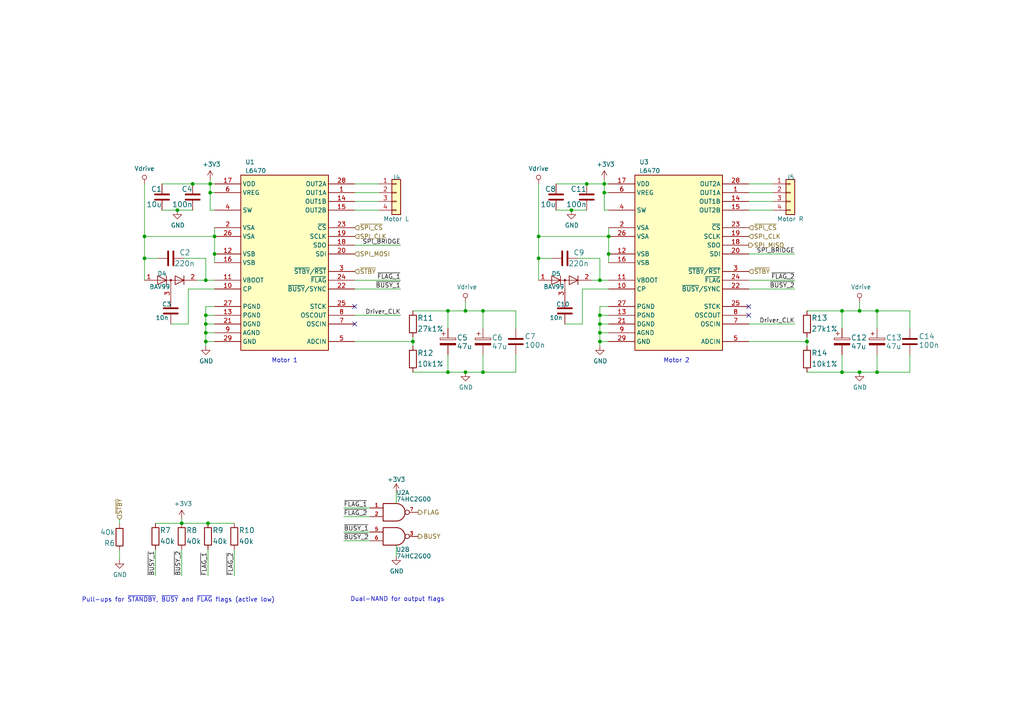
<source format=kicad_sch>
(kicad_sch (version 20211123) (generator eeschema)
  (paper "A4")
  (title_block (title "rysboard") (date "2020-08-23") (rev "4.2") (company "Koło Naukowe Robotyki Bionik") (comment 1 "RPi4 hat for MiniRyś robot"))
  (lib_symbols
    (symbol "rysboard-rescue:+3V3-power" (power) (pin_names (offset 0))
      (property "Value" "+3V3-power" (at 0 3.556 0))
      (symbol "+3V3-power_0_1"
        (polyline (pts (xy -0.762 1.27) (xy 0 2.54)))
        (polyline (pts (xy 0 0) (xy 0 2.54)))
        (polyline (pts (xy 0 2.54) (xy 0.762 1.27)))
      )
      (symbol "+3V3-power_1_1"
        (pin power_in line (at 0 0 90) (length 0) hide (name "+3V3") (number "1"))
      )
    )
    (symbol "rysboard-rescue:BAV99-Diode" (pin_names hide)
      (property "Reference" "D" (at 0 5.08 0))
      (property "Value" "BAV99-Diode" (at 0 2.54 0))
      (symbol "BAV99-Diode_0_1"
        (polyline (pts (xy -5.08 0) (xy 5.08 0)))
      )
      (symbol "BAV99-Diode_1_1"
        (polyline (pts (xy 0 0) (xy 0 -2.54)))
        (polyline (pts (xy -1.27 -1.27) (xy -1.27 1.27) (xy -1.27 1.27)) (stroke (width 0.2032)))
        (polyline (pts (xy 3.81 1.27) (xy 3.81 -1.27) (xy 3.81 -1.27)) (stroke (width 0.2032)))
        (polyline (pts (xy -3.81 1.27) (xy -1.27 0) (xy -3.81 -1.27) (xy -3.81 1.27) (xy -3.81 1.27) (xy -3.81 1.27)) (stroke (width 0.2032)))
        (polyline (pts (xy 1.27 1.27) (xy 3.81 0) (xy 1.27 -1.27) (xy 1.27 1.27) (xy 1.27 1.27) (xy 1.27 1.27)) (stroke (width 0.2032)))
        (circle (center 0 0) (radius 0.254) (fill (type outline)))
        (pin passive line (at -7.62 0 0) (length 2.54) (name "K") (number "1"))
        (pin passive line (at 7.62 0 180) (length 2.54) (name "A") (number "2"))
        (pin passive line (at 0 -5.08 90) (length 2.54) (name "K") (number "3"))
      )
    )
    (symbol "rysboard-rescue:C-Device" (pin_numbers hide) (pin_names (offset 0.254))
      (property "Reference" "C" (at 0.635 2.54 0))
      (property "Value" "C-Device" (at 0.635 -2.54 0))
      (symbol "C-Device_0_1"
        (polyline (pts (xy -2.032 -0.762) (xy 2.032 -0.762)) (stroke (width 0.508)))
        (polyline (pts (xy -2.032 0.762) (xy 2.032 0.762)) (stroke (width 0.508)))
      )
      (symbol "C-Device_1_1"
        (pin passive line (at 0 3.81 270) (length 2.794) (name "~") (number "1"))
        (pin passive line (at 0 -3.81 90) (length 2.794) (name "~") (number "2"))
      )
    )
    (symbol "rysboard-rescue:CP-Device" (pin_numbers hide) (pin_names (offset 0.254))
      (property "Reference" "C" (at 0.635 2.54 0))
      (property "Value" "CP-Device" (at 0.635 -2.54 0))
      (symbol "CP-Device_0_1"
        (rectangle (start -2.286 0.508) (end 2.286 1.016))
        (polyline (pts (xy -1.778 2.286) (xy -0.762 2.286)))
        (polyline (pts (xy -1.27 2.794) (xy -1.27 1.778)))
        (rectangle (start 2.286 -0.508) (end -2.286 -1.016) (fill (type outline)))
      )
      (symbol "CP-Device_1_1"
        (pin passive line (at 0 3.81 270) (length 2.794) (name "~") (number "1"))
        (pin passive line (at 0 -3.81 90) (length 2.794) (name "~") (number "2"))
      )
    )
    (symbol "rysboard-rescue:Conn_01x04-Connector_Generic" (pin_names (offset 1.016) hide)
      (property "Reference" "J" (at 0 5.08 0))
      (property "Value" "Conn_01x04-Connector_Generic" (at 0 -7.62 0))
      (symbol "Conn_01x04-Connector_Generic_1_1"
        (rectangle (start -1.27 -4.953) (end 0 -5.207) (stroke (width 0.1524)))
        (rectangle (start -1.27 -2.413) (end 0 -2.667) (stroke (width 0.1524)))
        (rectangle (start -1.27 0.127) (end 0 -0.127) (stroke (width 0.1524)))
        (rectangle (start -1.27 2.667) (end 0 2.413) (stroke (width 0.1524)))
        (rectangle (start -1.27 3.81) (end 1.27 -6.35) (stroke (width 0.254)) (fill (type background)))
        (pin passive line (at -5.08 2.54 0) (length 3.81) (name "Pin_1") (number "1"))
        (pin passive line (at -5.08 0 0) (length 3.81) (name "Pin_2") (number "2"))
        (pin passive line (at -5.08 -2.54 0) (length 3.81) (name "Pin_3") (number "3"))
        (pin passive line (at -5.08 -5.08 0) (length 3.81) (name "Pin_4") (number "4"))
      )
    )
    (symbol "rysboard-rescue:GND-power" (power) (pin_names (offset 0))
      (property "Value" "GND-power" (at 0 -3.81 0))
      (symbol "GND-power_0_1"
        (polyline (pts (xy 0 0) (xy 0 -1.27) (xy 1.27 -1.27) (xy 0 -2.54) (xy -1.27 -1.27) (xy 0 -1.27)))
      )
      (symbol "GND-power_1_1"
        (pin power_in line (at 0 0 270) (length 0) hide (name "GND") (number "1"))
      )
    )
    (symbol "rysboard-rescue:R-Device" (pin_numbers hide) (pin_names (offset 0))
      (property "Reference" "R" (at 2.032 0 90))
      (property "Value" "R-Device" (at 0 0 90))
      (symbol "R-Device_0_1"
        (rectangle (start -1.016 -2.54) (end 1.016 2.54) (stroke (width 0.254)))
      )
      (symbol "R-Device_1_1"
        (pin passive line (at 0 3.81 270) (length 1.27) (name "~") (number "1"))
        (pin passive line (at 0 -3.81 90) (length 1.27) (name "~") (number "2"))
      )
    )
    (symbol "rysboard-rescue:Vdrive-power" (power) (pin_names (offset 0))
      (property "Value" "Vdrive-power" (at 0 3.81 0))
      (symbol "Vdrive-power_0_1"
        (polyline (pts (xy 0 0) (xy 0 1.27)))
        (circle (center 0 1.905) (radius 0.635))
      )
      (symbol "Vdrive-power_1_1"
        (pin power_in line (at 0 0 90) (length 0) hide (name "Vdrive") (number "1"))
      )
    )
    (symbol "rysboard:74HC2G00" (pin_names (offset 1.016))
      (property "Reference" "U" (at -2.54 3.81 0))
      (property "Value" "74HC2G00" (at 0 -3.81 0))
      (symbol "74HC2G00_0_1"
        (arc (start 0 -2.54) (mid 2.54 0) (end 0 2.54) (stroke (width 0.254)))
        (polyline (pts (xy 0 -2.54) (xy -3.81 -2.54) (xy -3.81 2.54) (xy 0 2.54)) (stroke (width 0.254)))
        (pin power_in line (at 0 -2.54 270) (length 0) hide (name "GND") (number "4"))
        (pin power_in line (at 0 2.54 90) (length 0) hide (name "VCC") (number "8"))
      )
      (symbol "74HC2G00_1_1"
        (pin input line (at -7.62 1.27 0) (length 3.81) (name "~") (number "1"))
        (pin input line (at -7.62 -1.27 0) (length 3.81) (name "~") (number "2"))
        (pin output inverted (at 6.35 0 180) (length 3.81) (name "~") (number "7"))
      )
      (symbol "74HC2G00_2_1"
        (pin output inverted (at 6.35 0 180) (length 3.81) (name "~") (number "3"))
        (pin input line (at -7.62 1.27 0) (length 3.81) (name "~") (number "5"))
        (pin input line (at -7.62 -1.27 0) (length 3.81) (name "~") (number "6"))
      )
    )
    (symbol "rysboard:ST_L6470_HTSSOP28"
      (property "Reference" "U" (at -11.43 34.29 0))
      (property "Value" "ST_L6470_HTSSOP28" (at -11.43 31.75 0))
      (property "Datasheet" "https://www.st.com/resource/en/datasheet/l6470.pdf" (at 0 0 0))
      (symbol "ST_L6470_HTSSOP28_0_1"
        (rectangle (start -12.7 -20.32) (end 12.7 30.48) (stroke (width 0.254)) (fill (type background)))
        (pin power_out line (at 20.32 25.4 180) (length 7.62) (name "OUT1A") (number "1"))
        (pin output line (at -20.32 -2.54 0) (length 7.62) (name "CP") (number "10"))
        (pin power_in line (at -20.32 0 0) (length 7.62) (name "VBOOT") (number "11"))
        (pin power_in line (at -20.32 7.62 0) (length 7.62) (name "VSB") (number "12"))
        (pin power_in line (at -20.32 -10.16 0) (length 7.62) (name "PGND") (number "13"))
        (pin power_out line (at 20.32 22.86 180) (length 7.62) (name "OUT1B") (number "14"))
        (pin power_out line (at 20.32 20.32 180) (length 7.62) (name "OUT2B") (number "15"))
        (pin power_in line (at -20.32 5.08 0) (length 7.62) (name "VSB") (number "16"))
        (pin power_in line (at -20.32 27.94 0) (length 7.62) (name "VDD") (number "17"))
        (pin output line (at 20.32 10.16 180) (length 7.62) (name "SDO") (number "18"))
        (pin input line (at 20.32 12.7 180) (length 7.62) (name "SCLK") (number "19"))
        (pin power_in line (at -20.32 15.24 0) (length 7.62) (name "VSA") (number "2"))
        (pin input line (at 20.32 7.62 180) (length 7.62) (name "SDI") (number "20"))
        (pin power_in line (at -20.32 -12.7 0) (length 7.62) (name "DGND") (number "21"))
        (pin output line (at 20.32 -2.54 180) (length 7.62) (name "~{BUSY}/SYNC") (number "22"))
        (pin input line (at 20.32 15.24 180) (length 7.62) (name "~{CS}") (number "23"))
        (pin output line (at 20.32 0 180) (length 7.62) (name "~{FLAG}") (number "24"))
        (pin input line (at 20.32 -7.62 180) (length 7.62) (name "STCK") (number "25"))
        (pin power_in line (at -20.32 12.7 0) (length 7.62) (name "VSA") (number "26"))
        (pin power_in line (at -20.32 -7.62 0) (length 7.62) (name "PGND") (number "27"))
        (pin power_out line (at 20.32 27.94 180) (length 7.62) (name "OUT2A") (number "28"))
        (pin power_in line (at -20.32 -17.78 0) (length 7.62) (name "GND") (number "29"))
        (pin input line (at 20.32 2.54 180) (length 7.62) (name "~{STBY}/~{RST}") (number "3"))
        (pin input line (at -20.32 20.32 0) (length 7.62) (name "SW") (number "4"))
        (pin input line (at 20.32 -17.78 180) (length 7.62) (name "ADCIN") (number "5"))
        (pin power_in line (at -20.32 25.4 0) (length 7.62) (name "VREG") (number "6"))
        (pin input line (at 20.32 -12.7 180) (length 7.62) (name "OSCIN") (number "7"))
        (pin output line (at 20.32 -10.16 180) (length 7.62) (name "OSCOUT") (number "8"))
        (pin power_in line (at -20.32 -15.24 0) (length 7.62) (name "AGND") (number "9"))
      )
    )
  )
  (junction (at 173.99 81.28))
  (junction (at 254.381 90.17))
  (junction (at 234.061 99.0346))
  (junction (at 62.23 68.58))
  (junction (at 173.99 96.52))
  (junction (at 156.21 74.93))
  (junction (at 140.081 107.95))
  (junction (at 173.99 93.98))
  (junction (at 55.88 53.34))
  (junction (at 175.26 53.34))
  (junction (at 249.301 107.95))
  (junction (at 59.69 81.28))
  (junction (at 41.91 68.58))
  (junction (at 52.705 151.765))
  (junction (at 175.26 55.88))
  (junction (at 59.69 91.44))
  (junction (at 41.91 74.93))
  (junction (at 234.061 99.06))
  (junction (at 129.921 107.95))
  (junction (at 156.21 68.58))
  (junction (at 244.221 90.17))
  (junction (at 60.96 53.34))
  (junction (at 60.325 151.765))
  (junction (at 59.69 96.52))
  (junction (at 254.381 107.95))
  (junction (at 176.53 68.58))
  (junction (at 173.99 91.44))
  (junction (at 170.18 53.34))
  (junction (at 129.921 90.17))
  (junction (at 135.001 90.17))
  (junction (at 119.761 99.06))
  (junction (at 135.001 107.95))
  (junction (at 59.69 99.06))
  (junction (at 62.23 73.66))
  (junction (at 140.081 90.17))
  (junction (at 165.735 60.96))
  (junction (at 51.435 60.96))
  (junction (at 244.221 107.95))
  (junction (at 60.96 55.88))
  (junction (at 173.99 99.06))
  (junction (at 176.53 73.66))
  (junction (at 59.69 93.98))
  (junction (at 249.301 90.17))
  (no_connect (at 102.87 88.9))
  (no_connect (at 102.87 93.98))
  (no_connect (at 217.17 88.9))
  (no_connect (at 217.17 91.44))
  (wire (pts (xy 173.99 99.06) (xy 173.99 96.52)))
  (wire (pts (xy 60.96 53.34) (xy 60.96 55.88)))
  (wire (pts (xy 149.606 95.25) (xy 149.606 90.17)))
  (wire (pts (xy 234.061 99.06) (xy 234.061 100.33)))
  (wire (pts (xy 263.906 107.95) (xy 254.381 107.95)))
  (wire (pts (xy 173.99 96.52) (xy 176.53 96.52)))
  (wire (pts (xy 217.17 83.82) (xy 230.505 83.82)))
  (wire (pts (xy 114.935 161.29) (xy 114.935 158.115)))
  (wire (pts (xy 217.17 93.98) (xy 230.505 93.98)))
  (wire (pts (xy 254.381 102.87) (xy 254.381 107.95)))
  (wire (pts (xy 156.21 81.28) (xy 156.21 74.93)))
  (wire (pts (xy 41.91 68.58) (xy 41.91 53.34)))
  (wire (pts (xy 34.671 151.9936) (xy 34.671 150.7236)))
  (wire (pts (xy 234.061 97.79) (xy 234.061 99.0346)))
  (wire (pts (xy 173.99 100.33) (xy 173.99 99.06)))
  (wire (pts (xy 149.606 102.87) (xy 149.606 107.95)))
  (wire (pts (xy 135.001 90.17) (xy 135.001 87.63)))
  (wire (pts (xy 244.221 102.87) (xy 244.221 107.95)))
  (wire (pts (xy 45.085 159.385) (xy 45.085 167.005)))
  (wire (pts (xy 67.945 159.385) (xy 67.945 167.005)))
  (wire (pts (xy 254.381 95.25) (xy 254.381 90.17)))
  (wire (pts (xy 175.26 52.07) (xy 175.26 53.34)))
  (wire (pts (xy 161.29 60.96) (xy 165.735 60.96)))
  (wire (pts (xy 59.69 74.93) (xy 59.69 81.28)))
  (wire (pts (xy 62.23 83.82) (xy 54.61 83.82)))
  (wire (pts (xy 244.221 107.95) (xy 249.301 107.95)))
  (wire (pts (xy 175.26 53.34) (xy 176.53 53.34)))
  (wire (pts (xy 175.26 55.88) (xy 175.26 60.96)))
  (wire (pts (xy 175.26 60.96) (xy 176.53 60.96)))
  (wire (pts (xy 224.155 60.96) (xy 217.17 60.96)))
  (wire (pts (xy 59.69 88.9) (xy 62.23 88.9)))
  (wire (pts (xy 109.855 60.96) (xy 102.87 60.96)))
  (wire (pts (xy 52.705 151.765) (xy 52.705 150.495)))
  (wire (pts (xy 59.69 96.52) (xy 59.69 93.98)))
  (wire (pts (xy 59.69 99.06) (xy 59.69 96.52)))
  (wire (pts (xy 176.53 83.82) (xy 168.91 83.82)))
  (wire (pts (xy 102.87 91.44) (xy 116.205 91.44)))
  (wire (pts (xy 107.315 156.845) (xy 99.695 156.845)))
  (wire (pts (xy 60.96 55.88) (xy 60.96 60.96)))
  (wire (pts (xy 102.87 71.12) (xy 116.205 71.12)))
  (wire (pts (xy 60.96 60.96) (xy 62.23 60.96)))
  (wire (pts (xy 175.26 55.88) (xy 176.53 55.88)))
  (wire (pts (xy 170.18 53.34) (xy 175.26 53.34)))
  (wire (pts (xy 173.99 91.44) (xy 176.53 91.44)))
  (wire (pts (xy 109.855 55.88) (xy 102.87 55.88)))
  (wire (pts (xy 59.69 100.33) (xy 59.69 99.06)))
  (wire (pts (xy 52.705 159.385) (xy 52.705 167.005)))
  (wire (pts (xy 176.53 68.58) (xy 156.21 68.58)))
  (wire (pts (xy 149.606 107.95) (xy 140.081 107.95)))
  (wire (pts (xy 263.906 90.17) (xy 254.381 90.17)))
  (wire (pts (xy 140.081 95.25) (xy 140.081 90.17)))
  (wire (pts (xy 173.99 96.52) (xy 173.99 93.98)))
  (wire (pts (xy 129.921 90.17) (xy 135.001 90.17)))
  (wire (pts (xy 129.921 95.25) (xy 129.921 90.17)))
  (wire (pts (xy 60.96 52.07) (xy 60.96 53.34)))
  (wire (pts (xy 217.17 53.34) (xy 224.155 53.34)))
  (wire (pts (xy 41.91 74.93) (xy 41.91 68.58)))
  (wire (pts (xy 59.69 96.52) (xy 62.23 96.52)))
  (wire (pts (xy 249.301 90.17) (xy 249.301 87.63)))
  (wire (pts (xy 249.301 90.17) (xy 254.381 90.17)))
  (wire (pts (xy 107.315 154.305) (xy 99.695 154.305)))
  (wire (pts (xy 140.081 107.95) (xy 135.001 107.95)))
  (wire (pts (xy 119.761 90.17) (xy 129.921 90.17)))
  (wire (pts (xy 60.96 55.88) (xy 62.23 55.88)))
  (wire (pts (xy 53.34 74.93) (xy 59.69 74.93)))
  (wire (pts (xy 102.87 81.28) (xy 116.205 81.28)))
  (wire (pts (xy 60.325 159.385) (xy 60.325 167.005)))
  (wire (pts (xy 46.99 60.96) (xy 51.435 60.96)))
  (wire (pts (xy 59.69 99.06) (xy 62.23 99.06)))
  (wire (pts (xy 176.53 66.04) (xy 176.53 68.58)))
  (wire (pts (xy 217.17 58.42) (xy 224.155 58.42)))
  (wire (pts (xy 173.99 93.98) (xy 173.99 91.44)))
  (wire (pts (xy 234.061 90.17) (xy 244.221 90.17)))
  (wire (pts (xy 244.221 90.17) (xy 249.301 90.17)))
  (wire (pts (xy 46.99 53.34) (xy 55.88 53.34)))
  (wire (pts (xy 156.21 68.58) (xy 156.21 53.34)))
  (wire (pts (xy 59.69 81.28) (xy 62.23 81.28)))
  (wire (pts (xy 57.15 81.28) (xy 59.69 81.28)))
  (wire (pts (xy 129.921 102.87) (xy 129.921 107.95)))
  (wire (pts (xy 263.906 95.25) (xy 263.906 90.17)))
  (wire (pts (xy 59.69 91.44) (xy 62.23 91.44)))
  (wire (pts (xy 102.87 53.34) (xy 109.855 53.34)))
  (wire (pts (xy 217.17 81.28) (xy 230.505 81.28)))
  (wire (pts (xy 102.87 58.42) (xy 109.855 58.42)))
  (wire (pts (xy 135.001 90.17) (xy 140.081 90.17)))
  (wire (pts (xy 59.69 93.98) (xy 59.69 91.44)))
  (wire (pts (xy 59.69 93.98) (xy 62.23 93.98)))
  (wire (pts (xy 55.88 53.34) (xy 60.96 53.34)))
  (wire (pts (xy 54.61 83.82) (xy 54.61 93.98)))
  (wire (pts (xy 119.761 107.95) (xy 129.921 107.95)))
  (wire (pts (xy 173.99 91.44) (xy 173.99 88.9)))
  (wire (pts (xy 173.99 74.93) (xy 173.99 81.28)))
  (wire (pts (xy 62.23 68.58) (xy 41.91 68.58)))
  (wire (pts (xy 217.17 99.06) (xy 234.061 99.06)))
  (wire (pts (xy 119.761 99.06) (xy 119.761 100.33)))
  (wire (pts (xy 114.935 142.875) (xy 114.935 146.05)))
  (wire (pts (xy 41.91 81.28) (xy 41.91 74.93)))
  (wire (pts (xy 62.23 76.2) (xy 62.23 73.66)))
  (wire (pts (xy 129.921 107.95) (xy 135.001 107.95)))
  (wire (pts (xy 102.87 99.06) (xy 119.761 99.06)))
  (wire (pts (xy 263.906 102.87) (xy 263.906 107.95)))
  (wire (pts (xy 173.99 99.06) (xy 176.53 99.06)))
  (wire (pts (xy 102.87 83.82) (xy 116.205 83.82)))
  (wire (pts (xy 234.061 107.95) (xy 244.221 107.95)))
  (wire (pts (xy 176.53 76.2) (xy 176.53 73.66)))
  (wire (pts (xy 234.061 99.0346) (xy 234.061 99.06)))
  (wire (pts (xy 173.99 88.9) (xy 176.53 88.9)))
  (wire (pts (xy 168.91 93.98) (xy 163.83 93.98)))
  (wire (pts (xy 244.221 95.25) (xy 244.221 90.17)))
  (wire (pts (xy 160.02 74.93) (xy 156.21 74.93)))
  (wire (pts (xy 165.735 60.96) (xy 170.18 60.96)))
  (wire (pts (xy 217.17 73.66) (xy 230.505 73.66)))
  (wire (pts (xy 59.69 91.44) (xy 59.69 88.9)))
  (wire (pts (xy 156.21 74.93) (xy 156.21 68.58)))
  (wire (pts (xy 107.315 149.86) (xy 99.695 149.86)))
  (wire (pts (xy 52.705 151.765) (xy 60.325 151.765)))
  (wire (pts (xy 54.61 93.98) (xy 49.53 93.98)))
  (wire (pts (xy 161.29 53.34) (xy 170.18 53.34)))
  (wire (pts (xy 175.26 53.34) (xy 175.26 55.88)))
  (wire (pts (xy 107.315 147.32) (xy 99.695 147.32)))
  (wire (pts (xy 45.72 74.93) (xy 41.91 74.93)))
  (wire (pts (xy 168.91 83.82) (xy 168.91 93.98)))
  (wire (pts (xy 224.155 55.88) (xy 217.17 55.88)))
  (wire (pts (xy 254.381 107.95) (xy 249.301 107.95)))
  (wire (pts (xy 173.99 93.98) (xy 176.53 93.98)))
  (wire (pts (xy 60.96 53.34) (xy 62.23 53.34)))
  (wire (pts (xy 34.671 159.6136) (xy 34.671 162.306)))
  (wire (pts (xy 173.99 81.28) (xy 176.53 81.28)))
  (wire (pts (xy 51.435 60.96) (xy 55.88 60.96)))
  (wire (pts (xy 167.64 74.93) (xy 173.99 74.93)))
  (wire (pts (xy 119.761 97.79) (xy 119.761 99.06)))
  (wire (pts (xy 45.085 151.765) (xy 52.705 151.765)))
  (wire (pts (xy 149.606 90.17) (xy 140.081 90.17)))
  (wire (pts (xy 171.45 81.28) (xy 173.99 81.28)))
  (wire (pts (xy 60.325 151.765) (xy 67.945 151.765)))
  (wire (pts (xy 176.53 68.58) (xy 176.53 73.66)))
  (wire (pts (xy 140.081 102.87) (xy 140.081 107.95)))
  (wire (pts (xy 62.23 66.04) (xy 62.23 68.58)))
  (wire (pts (xy 62.23 68.58) (xy 62.23 73.66)))
  (text "Motor 1" (at 78.74 105.41 0) (effects (font (size 1.27 1.27)) (justify left bottom)))
  (text "Motor 2" (at 192.405 105.41 0) (effects (font (size 1.27 1.27)) (justify left bottom)))
  (text "Pull-ups for ~{STANDBY}, ~{BUSY} and ~{FLAG} flags (active low)" (at 23.6728 174.8028 0) (effects (font (size 1.27 1.27)) (justify left bottom)))
  (text "Dual-NAND for output flags" (at 101.6 174.625 0) (effects (font (size 1.27 1.27)) (justify left bottom)))
  (label "~{FLAG_1}" (at 99.695 147.32 0))
  (label "Driver_CLK" (at 230.505 93.98 180))
  (label "~{BUSY_1}" (at 116.205 83.82 180))
  (label "~{BUSY_1}" (at 99.695 154.305 0))
  (label "SPI_BRIDGE" (at 116.205 71.12 180))
  (label "~{FLAG_2}" (at 67.945 167.005 90))
  (label "~{FLAG_2}" (at 230.505 81.28 180))
  (label "~{FLAG_1}" (at 60.325 167.005 90))
  (label "~{BUSY_1}" (at 45.085 167.005 90))
  (label "~{BUSY_2}" (at 230.505 83.82 180))
  (label "SPI_BRIDGE" (at 230.505 73.66 180))
  (label "~{BUSY_2}" (at 52.705 167.005 90))
  (label "~{FLAG_2}" (at 99.695 149.86 0))
  (label "~{BUSY_2}" (at 99.695 156.845 0))
  (label "Driver_CLK" (at 116.205 91.44 180))
  (label "~{FLAG_1}" (at 116.205 81.28 180))
  (hierarchical_label "~{STBY}" (shape input) (at 102.87 78.74 0))
  (hierarchical_label "~{SPI_CS}" (shape input) (at 102.87 66.04 0))
  (hierarchical_label "~{STBY}" (shape input) (at 34.671 150.7236 90))
  (hierarchical_label "~{SPI_CS}" (shape input) (at 217.17 66.04 0))
  (hierarchical_label "SPI_CLK" (shape input) (at 102.87 68.58 0))
  (hierarchical_label "SPI_MOSI" (shape input) (at 102.87 73.66 0))
  (hierarchical_label "SPI_MISO" (shape output) (at 217.17 71.12 0))
  (hierarchical_label "FLAG" (shape output) (at 121.285 148.59 0))
  (hierarchical_label "SPI_CLK" (shape input) (at 217.17 68.58 0))
  (hierarchical_label "BUSY" (shape output) (at 121.285 155.575 0))
  (hierarchical_label "~{STBY}" (shape input) (at 217.17 78.74 0))
  (symbol (lib_id "rysboard-rescue:+3V3-power") (at 52.705 150.495 0) (unit 1)
    (property "Reference" "#PWR012" (effects hide))
    (property "Value" "+3V3" (at 53.086 146.1008 0))
  )
  (symbol (lib_id "rysboard-rescue:R-Device") (at 34.671 155.8036 180) (unit 1)
    (property "Reference" "R6" (at 33.401 156.6926 0) (effects (font (size 1.524 1.524)) (justify left bottom)))
    (property "Value" "40k" (at 33.401 153.5176 0) (effects (font (size 1.524 1.524)) (justify left bottom)))
    (property "Footprint" "Resistor_SMD:R_0603_1608Metric" (effects hide))
  )
  (symbol (lib_id "rysboard-rescue:R-Device") (at 45.085 155.575 0) (unit 1)
    (property "Reference" "R7" (at 46.355 154.686 0) (effects (font (size 1.524 1.524)) (justify left bottom)))
    (property "Value" "40k" (at 46.355 157.861 0) (effects (font (size 1.524 1.524)) (justify left bottom)))
    (property "Footprint" "Resistor_SMD:R_0603_1608Metric" (effects hide))
  )
  (symbol (lib_id "rysboard-rescue:Vdrive-power") (at 41.91 53.34 0) (unit 1)
    (property "Reference" "#PWR010" (effects hide))
    (property "Value" "Vdrive" (at 41.91 48.895 0))
  )
  (symbol (lib_id "rysboard-rescue:C-Device") (at 149.606 99.06 0) (unit 1)
    (property "Reference" "C7" (at 152.146 98.425 0) (effects (font (size 1.524 1.524)) (justify left bottom)))
    (property "Value" "100n" (at 152.146 100.965 0) (effects (font (size 1.524 1.524)) (justify left bottom)))
    (property "Footprint" "Capacitor_SMD:C_0603_1608Metric" (effects hide))
  )
  (symbol (lib_id "rysboard-rescue:CP-Device") (at 129.921 99.06 0) (unit 1)
    (property "Reference" "C5" (at 132.461 98.806 0) (effects (font (size 1.524 1.524)) (justify left bottom)))
    (property "Value" "47u" (at 132.461 101.346 0) (effects (font (size 1.524 1.524)) (justify left bottom)))
    (property "Footprint" "Capacitor_Tantalum_SMD:CP_EIA-7343-31_Kemet-D" (effects hide))
  )
  (symbol (lib_id "rysboard-rescue:Vdrive-power") (at 135.001 87.63 0) (unit 1)
    (property "Reference" "#PWR017" (effects hide))
    (property "Value" "Vdrive" (at 135.4328 83.2358 0))
  )
  (symbol (lib_id "rysboard-rescue:R-Device") (at 119.761 104.14 0) (unit 1)
    (property "Reference" "R12" (at 121.031 103.251 0) (effects (font (size 1.524 1.524)) (justify left bottom)))
    (property "Value" "10k1%" (at 121.031 106.426 0) (effects (font (size 1.524 1.524)) (justify left bottom)))
    (property "Footprint" "Resistor_SMD:R_0603_1608Metric" (effects hide))
  )
  (symbol (lib_id "rysboard-rescue:GND-power") (at 135.001 107.95 0) (unit 1)
    (property "Reference" "#PWR018" (effects hide))
    (property "Value" "GND" (at 135.128 112.3442 0))
  )
  (symbol (lib_id "rysboard-rescue:+3V3-power") (at 60.96 52.07 0) (unit 1)
    (property "Reference" "#PWR014" (effects hide))
    (property "Value" "+3V3" (at 61.341 47.6758 0))
  )
  (symbol (lib_id "rysboard-rescue:GND-power") (at 59.69 100.33 0) (unit 1)
    (property "Reference" "#PWR013" (effects hide))
    (property "Value" "GND" (at 59.817 104.7242 0))
  )
  (symbol (lib_id "rysboard-rescue:C-Device") (at 46.99 57.15 0) (unit 1)
    (property "Reference" "C1" (at 46.99 53.975 0) (effects (font (size 1.524 1.524)) (justify right top)))
    (property "Value" "10u" (at 46.99 58.42 0) (effects (font (size 1.524 1.524)) (justify right top)))
    (property "Footprint" "Capacitor_SMD:C_1206_3216Metric" (effects hide))
  )
  (symbol (lib_id "rysboard-rescue:C-Device") (at 55.88 57.15 0) (unit 1)
    (property "Reference" "C4" (at 55.88 53.975 0) (effects (font (size 1.524 1.524)) (justify right top)))
    (property "Value" "100n" (at 55.88 58.42 0) (effects (font (size 1.524 1.524)) (justify right top)))
    (property "Footprint" "Capacitor_SMD:C_0603_1608Metric" (effects hide))
  )
  (symbol (lib_id "rysboard-rescue:GND-power") (at 51.435 60.96 0) (unit 1)
    (property "Reference" "#PWR011" (effects hide))
    (property "Value" "GND" (at 51.562 65.3542 0))
  )
  (symbol (lib_id "rysboard-rescue:C-Device") (at 49.53 90.17 0) (unit 1)
    (property "Reference" "C3" (at 46.99 88.265 0) (effects (justify left)))
    (property "Value" "10n" (at 48.895 91.44 0) (effects (justify right top)))
    (property "Footprint" "Capacitor_SMD:C_0603_1608Metric" (effects hide))
  )
  (symbol (lib_id "rysboard-rescue:BAV99-Diode") (at 49.53 81.28 0) (unit 1)
    (property "Reference" "D4" (at 46.99 79.375 0))
    (property "Value" "BAV99" (at 46.355 83.185 0))
    (property "Footprint" "Package_TO_SOT_SMD:SOT-23" (effects hide))
    (property "Datasheet" "https://assets.nexperia.com/documents/data-sheet/BAV99_SER.pdf" (effects hide))
  )
  (symbol (lib_id "rysboard-rescue:Vdrive-power") (at 156.21 53.34 0) (unit 1)
    (property "Reference" "#PWR019" (effects hide))
    (property "Value" "Vdrive" (at 156.21 48.895 0))
  )
  (symbol (lib_id "rysboard-rescue:GND-power") (at 173.99 100.33 0) (unit 1)
    (property "Reference" "#PWR021" (effects hide))
    (property "Value" "GND" (at 174.117 104.7242 0))
  )
  (symbol (lib_id "rysboard-rescue:R-Device") (at 234.061 93.98 0) (unit 1)
    (property "Reference" "R13" (at 235.331 93.091 0) (effects (font (size 1.524 1.524)) (justify left bottom)))
    (property "Value" "27k1%" (at 235.331 96.266 0) (effects (font (size 1.524 1.524)) (justify left bottom)))
    (property "Footprint" "Resistor_SMD:R_0603_1608Metric" (effects hide))
  )
  (symbol (lib_id "rysboard-rescue:CP-Device") (at 254.381 99.06 0) (unit 1)
    (property "Reference" "C13" (at 256.921 98.806 0) (effects (font (size 1.524 1.524)) (justify left bottom)))
    (property "Value" "47u" (at 256.921 101.346 0) (effects (font (size 1.524 1.524)) (justify left bottom)))
    (property "Footprint" "Capacitor_Tantalum_SMD:CP_EIA-7343-31_Kemet-D" (effects hide))
  )
  (symbol (lib_id "rysboard-rescue:CP-Device") (at 244.221 99.06 0) (unit 1)
    (property "Reference" "C12" (at 246.761 98.806 0) (effects (font (size 1.524 1.524)) (justify left bottom)))
    (property "Value" "47u" (at 246.761 101.346 0) (effects (font (size 1.524 1.524)) (justify left bottom)))
    (property "Footprint" "Capacitor_Tantalum_SMD:CP_EIA-7343-31_Kemet-D" (effects hide))
  )
  (symbol (lib_id "rysboard-rescue:Vdrive-power") (at 249.301 87.63 0) (unit 1)
    (property "Reference" "#PWR023" (effects hide))
    (property "Value" "Vdrive" (at 249.7328 83.2358 0))
  )
  (symbol (lib_id "rysboard-rescue:C-Device") (at 263.906 99.06 0) (unit 1)
    (property "Reference" "C14" (at 266.446 98.425 0) (effects (font (size 1.524 1.524)) (justify left bottom)))
    (property "Value" "100n" (at 266.446 100.965 0) (effects (font (size 1.524 1.524)) (justify left bottom)))
    (property "Footprint" "Capacitor_SMD:C_0603_1608Metric" (effects hide))
  )
  (symbol (lib_id "rysboard-rescue:R-Device") (at 234.061 104.14 0) (unit 1)
    (property "Reference" "R14" (at 235.331 103.251 0) (effects (font (size 1.524 1.524)) (justify left bottom)))
    (property "Value" "10k1%" (at 235.331 106.426 0) (effects (font (size 1.524 1.524)) (justify left bottom)))
    (property "Footprint" "Resistor_SMD:R_0603_1608Metric" (effects hide))
  )
  (symbol (lib_id "rysboard-rescue:GND-power") (at 249.301 107.95 0) (unit 1)
    (property "Reference" "#PWR024" (effects hide))
    (property "Value" "GND" (at 249.428 112.3442 0))
  )
  (symbol (lib_id "rysboard-rescue:Conn_01x04-Connector_Generic") (at 229.235 55.88 0) (unit 1)
    (property "Reference" "J5" (at 229.235 51.435 0))
    (property "Value" "Motor R" (at 229.235 63.5 0))
    (property "Footprint" "Connector_Molex:Molex_Micro-Fit_3.0_43650-0415_1x04_P3.00mm_Vertical" (effects hide))
  )
  (symbol (lib_id "rysboard-rescue:BAV99-Diode") (at 163.83 81.28 0) (unit 1)
    (property "Reference" "D5" (at 161.29 79.375 0))
    (property "Value" "BAV99" (at 160.655 83.185 0))
    (property "Footprint" "Package_TO_SOT_SMD:SOT-23" (effects hide))
    (property "Datasheet" "https://assets.nexperia.com/documents/data-sheet/BAV99_SER.pdf" (effects hide))
  )
  (symbol (lib_id "rysboard-rescue:C-Device") (at 163.83 90.17 0) (unit 1)
    (property "Reference" "C10" (at 161.29 88.265 0) (effects (justify left)))
    (property "Value" "10n" (at 163.195 91.44 0) (effects (justify right top)))
    (property "Footprint" "Capacitor_SMD:C_0603_1608Metric" (effects hide))
  )
  (symbol (lib_id "rysboard-rescue:C-Device") (at 163.83 74.93 90) (unit 1)
    (property "Reference" "C9" (at 169.545 72.39 90) (effects (font (size 1.524 1.524)) (justify left bottom)))
    (property "Value" "220n" (at 170.815 75.565 90) (effects (font (size 1.524 1.524)) (justify left bottom)))
    (property "Footprint" "Capacitor_SMD:C_0805_2012Metric" (effects hide))
  )
  (symbol (lib_id "rysboard:ST_L6470_HTSSOP28") (at 196.85 81.28 0) (unit 1)
    (property "Reference" "U3" (at 185.42 46.99 0) (effects (justify left)))
    (property "Value" "L6470" (at 185.42 49.53 0) (effects (justify left)))
    (property "Footprint" "Package_SO:HTSSOP-28-1EP_4.4x9.7mm_P0.65mm_EP3.4x9.5mm_ThermalVias" (effects hide))
    (property "Datasheet" "https://www.st.com/resource/en/datasheet/l6470.pdf" (effects hide))
    (property "PartID" "L6470H" (effects hide))
    (property "TME" "https://www.tme.eu/pl/details/l6470h/drivery-silnikowe-i-pwm/stmicroelectronics/" (effects hide))
  )
  (symbol (lib_id "rysboard-rescue:+3V3-power") (at 175.26 52.07 0) (unit 1)
    (property "Reference" "#PWR022" (effects hide))
    (property "Value" "+3V3" (at 175.641 47.6758 0))
  )
  (symbol (lib_id "rysboard-rescue:C-Device") (at 161.29 57.15 0) (unit 1)
    (property "Reference" "C8" (at 161.29 53.975 0) (effects (font (size 1.524 1.524)) (justify right top)))
    (property "Value" "10u" (at 161.29 58.42 0) (effects (font (size 1.524 1.524)) (justify right top)))
    (property "Footprint" "Capacitor_SMD:C_1206_3216Metric" (effects hide))
  )
  (symbol (lib_id "rysboard-rescue:C-Device") (at 170.18 57.15 0) (unit 1)
    (property "Reference" "C11" (at 170.18 53.975 0) (effects (font (size 1.524 1.524)) (justify right top)))
    (property "Value" "100n" (at 170.18 58.42 0) (effects (font (size 1.524 1.524)) (justify right top)))
    (property "Footprint" "Capacitor_SMD:C_0603_1608Metric" (effects hide))
  )
  (symbol (lib_id "rysboard-rescue:GND-power") (at 165.735 60.96 0) (unit 1)
    (property "Reference" "#PWR020" (effects hide))
    (property "Value" "GND" (at 165.862 65.3542 0))
  )
  (symbol (lib_id "rysboard-rescue:Conn_01x04-Connector_Generic") (at 114.935 55.88 0) (unit 1)
    (property "Reference" "J4" (at 114.935 51.435 0))
    (property "Value" "Motor L" (at 114.935 63.5 0))
    (property "Footprint" "Connector_Molex:Molex_Micro-Fit_3.0_43650-0415_1x04_P3.00mm_Vertical" (effects hide))
  )
  (symbol (lib_id "rysboard:ST_L6470_HTSSOP28") (at 82.55 81.28 0) (unit 1)
    (property "Reference" "U1" (at 71.12 46.99 0) (effects (justify left)))
    (property "Value" "L6470" (at 71.12 49.53 0) (effects (justify left)))
    (property "Footprint" "Package_SO:HTSSOP-28-1EP_4.4x9.7mm_P0.65mm_EP3.4x9.5mm_ThermalVias" (effects hide))
    (property "Datasheet" "https://www.st.com/resource/en/datasheet/l6470.pdf" (effects hide))
    (property "PartID" "L6470H" (effects hide))
    (property "TME" "https://www.tme.eu/pl/details/l6470h/drivery-silnikowe-i-pwm/stmicroelectronics/" (effects hide))
  )
  (symbol (lib_id "rysboard-rescue:C-Device") (at 49.53 74.93 90) (unit 1)
    (property "Reference" "C2" (at 55.245 72.39 90) (effects (font (size 1.524 1.524)) (justify left bottom)))
    (property "Value" "220n" (at 56.515 75.565 90) (effects (font (size 1.524 1.524)) (justify left bottom)))
    (property "Footprint" "Capacitor_SMD:C_0805_2012Metric" (effects hide))
  )
  (symbol (lib_id "rysboard-rescue:R-Device") (at 119.761 93.98 0) (unit 1)
    (property "Reference" "R11" (at 121.031 93.091 0) (effects (font (size 1.524 1.524)) (justify left bottom)))
    (property "Value" "27k1%" (at 121.031 96.266 0) (effects (font (size 1.524 1.524)) (justify left bottom)))
    (property "Footprint" "Resistor_SMD:R_0603_1608Metric" (effects hide))
  )
  (symbol (lib_id "rysboard-rescue:CP-Device") (at 140.081 99.06 0) (unit 1)
    (property "Reference" "C6" (at 142.621 98.806 0) (effects (font (size 1.524 1.524)) (justify left bottom)))
    (property "Value" "47u" (at 142.621 101.346 0) (effects (font (size 1.524 1.524)) (justify left bottom)))
    (property "Footprint" "Capacitor_Tantalum_SMD:CP_EIA-7343-31_Kemet-D" (effects hide))
  )
  (symbol (lib_id "rysboard-rescue:+3V3-power") (at 114.935 142.875 0) (unit 1)
    (property "Reference" "#PWR015" (effects hide))
    (property "Value" "+3V3" (at 114.935 139.065 0))
  )
  (symbol (lib_id "rysboard-rescue:GND-power") (at 114.935 161.29 0) (unit 1)
    (property "Reference" "#PWR016" (effects hide))
    (property "Value" "GND" (at 115.062 165.6842 0))
  )
  (symbol (lib_id "rysboard-rescue:R-Device") (at 52.705 155.575 0) (unit 1)
    (property "Reference" "R8" (at 53.975 154.686 0) (effects (font (size 1.524 1.524)) (justify left bottom)))
    (property "Value" "40k" (at 53.975 157.861 0) (effects (font (size 1.524 1.524)) (justify left bottom)))
    (property "Footprint" "Resistor_SMD:R_0603_1608Metric" (effects hide))
  )
  (symbol (lib_id "rysboard-rescue:R-Device") (at 60.325 155.575 0) (unit 1)
    (property "Reference" "R9" (at 61.595 154.686 0) (effects (font (size 1.524 1.524)) (justify left bottom)))
    (property "Value" "40k" (at 61.595 157.861 0) (effects (font (size 1.524 1.524)) (justify left bottom)))
    (property "Footprint" "Resistor_SMD:R_0603_1608Metric" (effects hide))
  )
  (symbol (lib_id "rysboard-rescue:R-Device") (at 67.945 155.575 0) (unit 1)
    (property "Reference" "R10" (at 69.215 154.686 0) (effects (font (size 1.524 1.524)) (justify left bottom)))
    (property "Value" "40k" (at 69.215 157.861 0) (effects (font (size 1.524 1.524)) (justify left bottom)))
    (property "Footprint" "Resistor_SMD:R_0603_1608Metric" (effects hide))
  )
  (symbol (lib_id "rysboard:74HC2G00") (at 114.935 148.59 0) (unit 1)
    (property "Reference" "U2" (at 116.84 142.875 0))
    (property "Value" "74HC2G00" (at 120.015 144.78 0))
    (property "Footprint" "Package_SO:TSSOP-8_3x3mm_P0.65mm" (effects hide))
    (property "Datasheet" "https://assets.nexperia.com/documents/data-sheet/74HC_HCT2G00.pdf" (effects hide))
  )
  (symbol (lib_id "rysboard:74HC2G00") (at 114.935 155.575 0) (unit 2)
    (property "Reference" "U2" (at 116.84 159.385 0))
    (property "Value" "74HC2G00" (at 120.015 161.29 0))
    (property "Footprint" "Package_SO:TSSOP-8_3x3mm_P0.65mm" (effects hide))
    (property "Datasheet" "https://assets.nexperia.com/documents/data-sheet/74HC_HCT2G00.pdf" (effects hide))
    (property "PartID" " 74HC2G00DP.125" (effects hide))
    (property "TME" "https://www.tme.eu/pl/details/74hc2g00dp.125/bramki-inwertery/nexperia/" (effects hide))
  )
  (symbol (lib_id "rysboard-rescue:GND-power") (at 34.671 162.306 0) (unit 1)
    (property "Reference" "#PWR09" (effects hide))
    (property "Value" "GND" (at 34.798 166.7002 0))
  )
)
</source>
